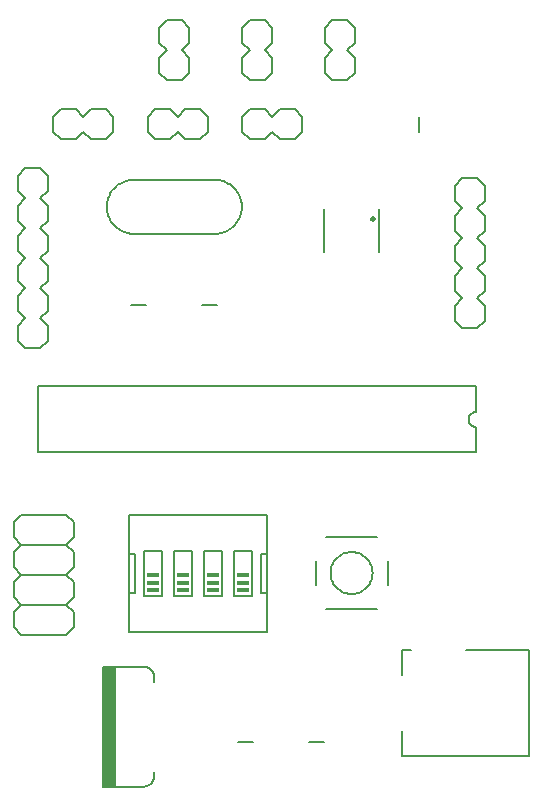
<source format=gto>
G75*
%MOIN*%
%OFA0B0*%
%FSLAX24Y24*%
%IPPOS*%
%LPD*%
%AMOC8*
5,1,8,0,0,1.08239X$1,22.5*
%
%ADD10C,0.0060*%
%ADD11C,0.0080*%
%ADD12R,0.0400X0.0150*%
%ADD13R,0.0400X0.4000*%
D10*
X001267Y007967D02*
X001017Y008217D01*
X001017Y008717D01*
X001267Y008967D01*
X002767Y008967D01*
X003017Y009217D01*
X003017Y009717D01*
X002767Y009967D01*
X001267Y009967D01*
X001017Y010217D01*
X001017Y010717D01*
X001267Y010967D01*
X001017Y011217D01*
X001017Y011717D01*
X001267Y011967D01*
X002767Y011967D01*
X003017Y011717D01*
X003017Y011217D01*
X002767Y010967D01*
X001267Y010967D01*
X001267Y009967D02*
X001017Y009717D01*
X001017Y009217D01*
X001267Y008967D01*
X001267Y007967D02*
X002767Y007967D01*
X003017Y008217D01*
X003017Y008717D01*
X002767Y008967D01*
X002767Y009967D02*
X003017Y010217D01*
X003017Y010717D01*
X002767Y010967D01*
X001823Y014041D02*
X001823Y016241D01*
X016423Y016241D01*
X016423Y015391D01*
X016393Y015389D01*
X016363Y015384D01*
X016334Y015375D01*
X016307Y015362D01*
X016281Y015347D01*
X016257Y015328D01*
X016236Y015307D01*
X016217Y015283D01*
X016202Y015257D01*
X016189Y015230D01*
X016180Y015201D01*
X016175Y015171D01*
X016173Y015141D01*
X016175Y015111D01*
X016180Y015081D01*
X016189Y015052D01*
X016202Y015025D01*
X016217Y014999D01*
X016236Y014975D01*
X016257Y014954D01*
X016281Y014935D01*
X016307Y014920D01*
X016334Y014907D01*
X016363Y014898D01*
X016393Y014893D01*
X016423Y014891D01*
X016423Y014041D01*
X001823Y014041D01*
X004854Y011973D02*
X004854Y010673D01*
X004854Y009373D01*
X004854Y008073D01*
X009454Y008073D01*
X009454Y009373D01*
X009454Y010673D01*
X009454Y011973D01*
X004854Y011973D01*
X005354Y010773D02*
X005954Y010773D01*
X005954Y009273D01*
X005354Y009273D01*
X005354Y010773D01*
X005054Y010673D02*
X004854Y010673D01*
X005054Y010673D02*
X005054Y009373D01*
X004854Y009373D01*
X006354Y009273D02*
X006954Y009273D01*
X006954Y010773D01*
X006354Y010773D01*
X006354Y009273D01*
X007354Y009273D02*
X007954Y009273D01*
X007954Y010773D01*
X007354Y010773D01*
X007354Y009273D01*
X008354Y009273D02*
X008354Y010773D01*
X008954Y010773D01*
X008954Y009273D01*
X008354Y009273D01*
X009254Y009373D02*
X009254Y010673D01*
X009454Y010673D01*
X009454Y009373D02*
X009254Y009373D01*
X011343Y020730D02*
X011343Y022150D01*
X013202Y022150D02*
X013202Y020730D01*
D11*
X003986Y006904D02*
X003986Y002904D01*
X004386Y002904D01*
X004386Y006904D01*
X003986Y006904D01*
X004386Y006904D02*
X005336Y006904D01*
X005336Y006905D02*
X005370Y006904D01*
X005405Y006900D01*
X005438Y006892D01*
X005471Y006881D01*
X005502Y006866D01*
X005532Y006849D01*
X005560Y006828D01*
X005586Y006805D01*
X005609Y006779D01*
X005630Y006751D01*
X005647Y006721D01*
X005662Y006690D01*
X005673Y006657D01*
X005681Y006624D01*
X005685Y006589D01*
X005686Y006555D01*
X005686Y006554D02*
X005686Y006404D01*
X005686Y003404D02*
X005686Y003254D01*
X005685Y003220D01*
X005681Y003185D01*
X005673Y003152D01*
X005662Y003119D01*
X005647Y003088D01*
X005630Y003058D01*
X005609Y003030D01*
X005586Y003004D01*
X005560Y002981D01*
X005532Y002960D01*
X005502Y002943D01*
X005471Y002928D01*
X005438Y002917D01*
X005405Y002909D01*
X005370Y002905D01*
X005336Y002904D01*
X004386Y002904D01*
X008479Y004404D02*
X008979Y004404D01*
X010841Y004404D02*
X011341Y004404D01*
X013965Y004747D02*
X013965Y003920D01*
X018178Y003920D01*
X018178Y007463D01*
X016091Y007463D01*
X014241Y007463D02*
X013965Y007463D01*
X013965Y006637D01*
X013123Y008823D02*
X011423Y008823D01*
X011073Y009623D02*
X011073Y010427D01*
X011423Y011223D02*
X013123Y011223D01*
X013473Y010415D02*
X013473Y009623D01*
X011573Y010023D02*
X011575Y010075D01*
X011581Y010127D01*
X011591Y010179D01*
X011604Y010229D01*
X011621Y010279D01*
X011642Y010327D01*
X011667Y010373D01*
X011695Y010417D01*
X011726Y010459D01*
X011760Y010499D01*
X011797Y010536D01*
X011837Y010570D01*
X011879Y010601D01*
X011923Y010629D01*
X011969Y010654D01*
X012017Y010675D01*
X012067Y010692D01*
X012117Y010705D01*
X012169Y010715D01*
X012221Y010721D01*
X012273Y010723D01*
X012325Y010721D01*
X012377Y010715D01*
X012429Y010705D01*
X012479Y010692D01*
X012529Y010675D01*
X012577Y010654D01*
X012623Y010629D01*
X012667Y010601D01*
X012709Y010570D01*
X012749Y010536D01*
X012786Y010499D01*
X012820Y010459D01*
X012851Y010417D01*
X012879Y010373D01*
X012904Y010327D01*
X012925Y010279D01*
X012942Y010229D01*
X012955Y010179D01*
X012965Y010127D01*
X012971Y010075D01*
X012973Y010023D01*
X012971Y009971D01*
X012965Y009919D01*
X012955Y009867D01*
X012942Y009817D01*
X012925Y009767D01*
X012904Y009719D01*
X012879Y009673D01*
X012851Y009629D01*
X012820Y009587D01*
X012786Y009547D01*
X012749Y009510D01*
X012709Y009476D01*
X012667Y009445D01*
X012623Y009417D01*
X012577Y009392D01*
X012529Y009371D01*
X012479Y009354D01*
X012429Y009341D01*
X012377Y009331D01*
X012325Y009325D01*
X012273Y009323D01*
X012221Y009325D01*
X012169Y009331D01*
X012117Y009341D01*
X012067Y009354D01*
X012017Y009371D01*
X011969Y009392D01*
X011923Y009417D01*
X011879Y009445D01*
X011837Y009476D01*
X011797Y009510D01*
X011760Y009547D01*
X011726Y009587D01*
X011695Y009629D01*
X011667Y009673D01*
X011642Y009719D01*
X011621Y009767D01*
X011604Y009817D01*
X011591Y009867D01*
X011581Y009919D01*
X011575Y009971D01*
X011573Y010023D01*
X015960Y018184D02*
X015710Y018434D01*
X015710Y018934D01*
X015960Y019184D01*
X015710Y019434D01*
X015710Y019934D01*
X015960Y020184D01*
X015710Y020434D01*
X015710Y020934D01*
X015960Y021184D01*
X015710Y021434D01*
X015710Y021934D01*
X015960Y022184D01*
X015710Y022434D01*
X015710Y022934D01*
X015960Y023184D01*
X016460Y023184D01*
X016710Y022934D01*
X016710Y022434D01*
X016460Y022184D01*
X016710Y021934D01*
X016710Y021434D01*
X016460Y021184D01*
X016710Y020934D01*
X016710Y020434D01*
X016460Y020184D01*
X016710Y019934D01*
X016710Y019434D01*
X016460Y019184D01*
X016710Y018934D01*
X016710Y018434D01*
X016460Y018184D01*
X015960Y018184D01*
X012926Y021830D02*
X012928Y021845D01*
X012934Y021858D01*
X012943Y021870D01*
X012954Y021879D01*
X012968Y021885D01*
X012983Y021887D01*
X012998Y021885D01*
X013011Y021879D01*
X013023Y021870D01*
X013032Y021859D01*
X013038Y021845D01*
X013040Y021830D01*
X013038Y021815D01*
X013032Y021802D01*
X013023Y021790D01*
X013012Y021781D01*
X012998Y021775D01*
X012983Y021773D01*
X012968Y021775D01*
X012955Y021781D01*
X012943Y021790D01*
X012934Y021801D01*
X012928Y021815D01*
X012926Y021830D01*
X014528Y024733D02*
X014528Y025233D01*
X012379Y026702D02*
X012379Y027202D01*
X012129Y027452D01*
X012379Y027702D01*
X012379Y028202D01*
X012129Y028452D01*
X011629Y028452D01*
X011379Y028202D01*
X011379Y027702D01*
X011629Y027452D01*
X011379Y027202D01*
X011379Y026702D01*
X011629Y026452D01*
X012129Y026452D01*
X012379Y026702D01*
X010623Y025233D02*
X010623Y024733D01*
X010373Y024483D01*
X009873Y024483D01*
X009623Y024733D01*
X009373Y024483D01*
X008873Y024483D01*
X008623Y024733D01*
X008623Y025233D01*
X008873Y025483D01*
X009373Y025483D01*
X009623Y025233D01*
X009873Y025483D01*
X010373Y025483D01*
X010623Y025233D01*
X009373Y026452D02*
X009623Y026702D01*
X009623Y027202D01*
X009373Y027452D01*
X009623Y027702D01*
X009623Y028202D01*
X009373Y028452D01*
X008873Y028452D01*
X008623Y028202D01*
X008623Y027702D01*
X008873Y027452D01*
X008623Y027202D01*
X008623Y026702D01*
X008873Y026452D01*
X009373Y026452D01*
X007473Y025233D02*
X007473Y024733D01*
X007223Y024483D01*
X006723Y024483D01*
X006473Y024733D01*
X006223Y024483D01*
X005723Y024483D01*
X005473Y024733D01*
X005473Y025233D01*
X005723Y025483D01*
X006223Y025483D01*
X006473Y025233D01*
X006723Y025483D01*
X007223Y025483D01*
X007473Y025233D01*
X006617Y026452D02*
X006867Y026702D01*
X006867Y027202D01*
X006617Y027452D01*
X006867Y027702D01*
X006867Y028202D01*
X006617Y028452D01*
X006117Y028452D01*
X005867Y028202D01*
X005867Y027702D01*
X006117Y027452D01*
X005867Y027202D01*
X005867Y026702D01*
X006117Y026452D01*
X006617Y026452D01*
X007717Y023127D02*
X005017Y023127D01*
X004958Y023125D01*
X004900Y023119D01*
X004841Y023110D01*
X004784Y023096D01*
X004728Y023079D01*
X004673Y023058D01*
X004619Y023034D01*
X004567Y023006D01*
X004517Y022975D01*
X004469Y022941D01*
X004424Y022904D01*
X004381Y022863D01*
X004340Y022820D01*
X004303Y022775D01*
X004269Y022727D01*
X004238Y022677D01*
X004210Y022625D01*
X004186Y022571D01*
X004165Y022516D01*
X004148Y022460D01*
X004134Y022403D01*
X004125Y022344D01*
X004119Y022286D01*
X004117Y022227D01*
X004119Y022168D01*
X004125Y022110D01*
X004134Y022051D01*
X004148Y021994D01*
X004165Y021938D01*
X004186Y021883D01*
X004210Y021829D01*
X004238Y021777D01*
X004269Y021727D01*
X004303Y021679D01*
X004340Y021634D01*
X004381Y021591D01*
X004424Y021550D01*
X004469Y021513D01*
X004517Y021479D01*
X004567Y021448D01*
X004619Y021420D01*
X004673Y021396D01*
X004728Y021375D01*
X004784Y021358D01*
X004841Y021344D01*
X004900Y021335D01*
X004958Y021329D01*
X005017Y021327D01*
X007717Y021327D01*
X007776Y021329D01*
X007834Y021335D01*
X007893Y021344D01*
X007950Y021358D01*
X008006Y021375D01*
X008061Y021396D01*
X008115Y021420D01*
X008167Y021448D01*
X008217Y021479D01*
X008265Y021513D01*
X008310Y021550D01*
X008353Y021591D01*
X008394Y021634D01*
X008431Y021679D01*
X008465Y021727D01*
X008496Y021777D01*
X008524Y021829D01*
X008548Y021883D01*
X008569Y021938D01*
X008586Y021994D01*
X008600Y022051D01*
X008609Y022110D01*
X008615Y022168D01*
X008617Y022227D01*
X008615Y022286D01*
X008609Y022344D01*
X008600Y022403D01*
X008586Y022460D01*
X008569Y022516D01*
X008548Y022571D01*
X008524Y022625D01*
X008496Y022677D01*
X008465Y022727D01*
X008431Y022775D01*
X008394Y022820D01*
X008353Y022863D01*
X008310Y022904D01*
X008265Y022941D01*
X008217Y022975D01*
X008167Y023006D01*
X008115Y023034D01*
X008061Y023058D01*
X008006Y023079D01*
X007950Y023096D01*
X007893Y023110D01*
X007834Y023119D01*
X007776Y023125D01*
X007717Y023127D01*
X007798Y018971D02*
X007298Y018971D01*
X005436Y018971D02*
X004936Y018971D01*
X002143Y018765D02*
X001893Y018515D01*
X002143Y018265D01*
X002143Y017765D01*
X001893Y017515D01*
X001393Y017515D01*
X001143Y017765D01*
X001143Y018265D01*
X001393Y018515D01*
X001143Y018765D01*
X001143Y019265D01*
X001393Y019515D01*
X001143Y019765D01*
X001143Y020265D01*
X001393Y020515D01*
X001143Y020765D01*
X001143Y021265D01*
X001393Y021515D01*
X001143Y021765D01*
X001143Y022265D01*
X001393Y022515D01*
X001143Y022765D01*
X001143Y023265D01*
X001393Y023515D01*
X001893Y023515D01*
X002143Y023265D01*
X002143Y022765D01*
X001893Y022515D01*
X002143Y022265D01*
X002143Y021765D01*
X001893Y021515D01*
X002143Y021265D01*
X002143Y020765D01*
X001893Y020515D01*
X002143Y020265D01*
X002143Y019765D01*
X001893Y019515D01*
X002143Y019265D01*
X002143Y018765D01*
X002574Y024483D02*
X003074Y024483D01*
X003324Y024733D01*
X003574Y024483D01*
X004074Y024483D01*
X004324Y024733D01*
X004324Y025233D01*
X004074Y025483D01*
X003574Y025483D01*
X003324Y025233D01*
X003074Y025483D01*
X002574Y025483D01*
X002324Y025233D01*
X002324Y024733D01*
X002574Y024483D01*
D12*
X005654Y009948D03*
X005654Y009698D03*
X005654Y009448D03*
X006654Y009448D03*
X006654Y009698D03*
X006654Y009948D03*
X007654Y009948D03*
X007654Y009698D03*
X007654Y009448D03*
X008654Y009448D03*
X008654Y009698D03*
X008654Y009948D03*
D13*
X004186Y004904D03*
M02*

</source>
